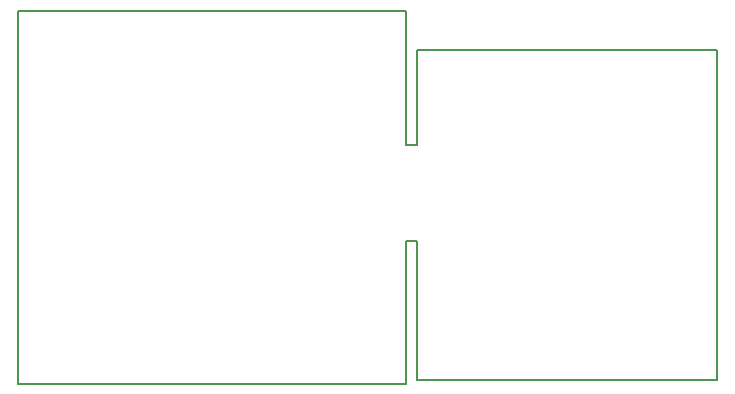
<source format=gbr>
G04 #@! TF.FileFunction,Profile,NP*
%FSLAX46Y46*%
G04 Gerber Fmt 4.6, Leading zero omitted, Abs format (unit mm)*
G04 Created by KiCad (PCBNEW 4.0.7) date 12/08/18 06:10:40*
%MOMM*%
%LPD*%
G01*
G04 APERTURE LIST*
%ADD10C,0.100000*%
%ADD11C,0.150000*%
G04 APERTURE END LIST*
D10*
D11*
X103886000Y-41960800D02*
X103886000Y-54051200D01*
X104800400Y-41960800D02*
X103886000Y-41960800D01*
X104800400Y-53695600D02*
X104800400Y-41960800D01*
X103886000Y-33832800D02*
X103886000Y-22453600D01*
X104800400Y-33832800D02*
X103886000Y-33832800D01*
X104800400Y-25755600D02*
X104800400Y-33832800D01*
X71069200Y-54051200D02*
X71069200Y-22453600D01*
X72186800Y-54051200D02*
X71069200Y-54051200D01*
X103886000Y-54051200D02*
X72186800Y-54051200D01*
X71069200Y-22453600D02*
X103886000Y-22453600D01*
X104800400Y-53695600D02*
X106070400Y-53695600D01*
X130200400Y-25755600D02*
X104800400Y-25755600D01*
X130200400Y-53695600D02*
X130200400Y-25755600D01*
X128930400Y-53695600D02*
X130200400Y-53695600D01*
X106070400Y-53695600D02*
X128930400Y-53695600D01*
M02*

</source>
